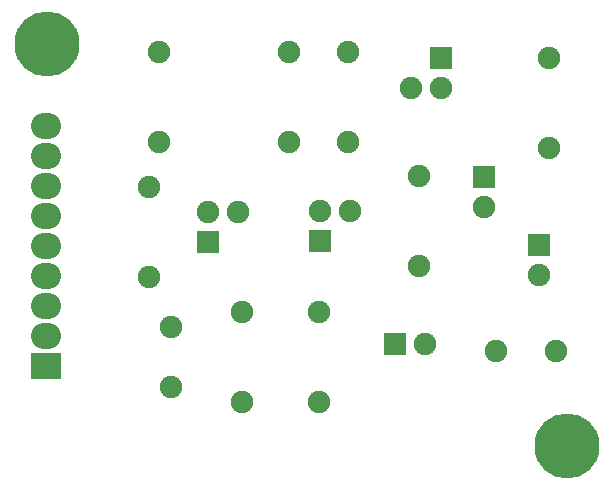
<source format=gbs>
G04 #@! TF.FileFunction,Soldermask,Bot*
%FSLAX45Y45*%
G04 Gerber Fmt 4.5, Leading zero omitted, Abs format (unit mm)*
G04 Created by KiCad (PCBNEW (2015-01-25 BZR 5388)-product) date Mo 03 Aug 2015 14:19:51 CEST*
%MOMM*%
G01*
G04 APERTURE LIST*
%ADD10C,0.150000*%
%ADD11C,5.509260*%
%ADD12C,1.905000*%
%ADD13R,1.905000X1.905000*%
%ADD14R,2.540000X2.235200*%
%ADD15O,2.540000X2.235200*%
G04 APERTURE END LIST*
D10*
D11*
X17100042Y-9900158D03*
X12700000Y-6499860D03*
D12*
X15249906Y-6568948D03*
X15249906Y-7330948D03*
X13649960Y-6568948D03*
X13649960Y-7330948D03*
X13560000Y-7709000D03*
X13560000Y-8471000D03*
X14999970Y-8769096D03*
X14999970Y-9531096D03*
X14349984Y-8769096D03*
X14349984Y-9531096D03*
X14750034Y-6568948D03*
X14750034Y-7330948D03*
X15850108Y-7618984D03*
X15850108Y-8380984D03*
X16949928Y-6618986D03*
X16949928Y-7380986D03*
X17004030Y-9100058D03*
X16496030Y-9100058D03*
X13750036Y-8896096D03*
X13750036Y-9404096D03*
D13*
X15643000Y-9040000D03*
D12*
X15897000Y-9040000D03*
D13*
X16400000Y-7623000D03*
D12*
X16400000Y-7877000D03*
D13*
X16860000Y-8203000D03*
D12*
X16860000Y-8457000D03*
D14*
X12690000Y-9226000D03*
D15*
X12690000Y-8972000D03*
X12690000Y-8718000D03*
X12690000Y-8464000D03*
X12690000Y-8210000D03*
X12690000Y-7956000D03*
X12690000Y-7702000D03*
X12690000Y-7448000D03*
X12690000Y-7194000D03*
D13*
X14063000Y-8177000D03*
D12*
X14063000Y-7923000D03*
X14317000Y-7923000D03*
D13*
X15013000Y-8167000D03*
D12*
X15013000Y-7913000D03*
X15267000Y-7913000D03*
D13*
X16037000Y-6613000D03*
D12*
X16037000Y-6867000D03*
X15783000Y-6867000D03*
M02*

</source>
